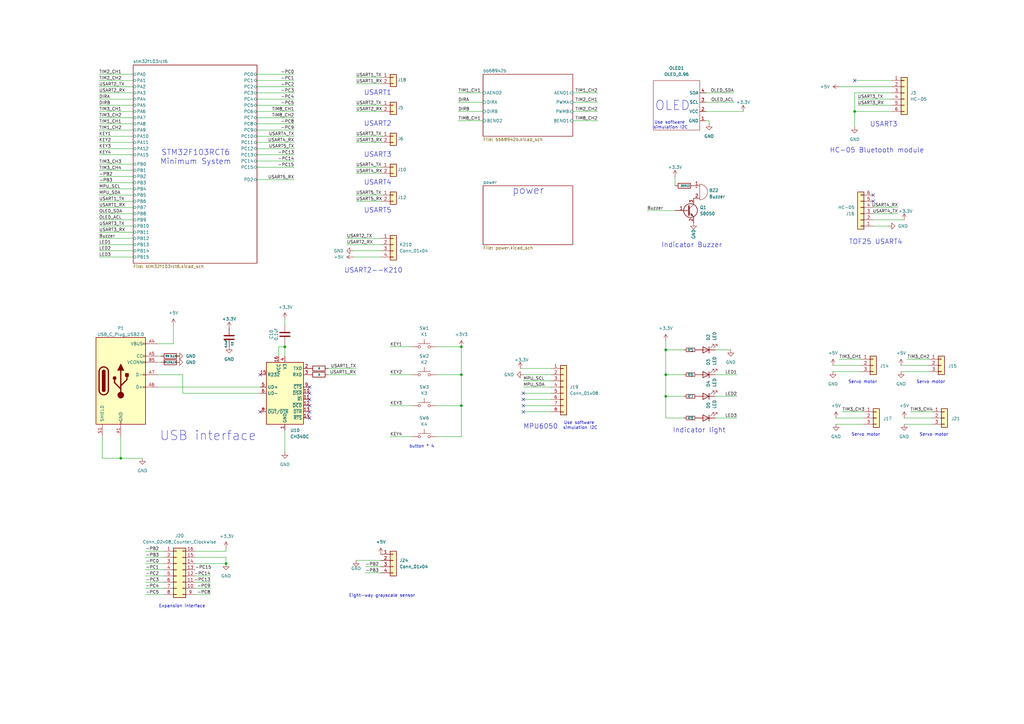
<source format=kicad_sch>
(kicad_sch (version 20231120) (generator "eeschema") (generator_version "8.0")
  (paper "A3")
  (lib_symbols
    (symbol "Library:+3.3V" (power) (pin_numbers hide) (pin_names (offset 0) hide)
      (property "Value" "+3.3V" (at 0 3.556 0))
      (symbol "+3.3V_1_1"
        (pin power_in line (at 0 0 90) (length 0) (name "~") (number "1"))
      )
    )
    (symbol "Library:+3V3" (power) (pin_numbers hide) (pin_names (offset 0) hide)
      (property "Value" "+3V3" (at 0 3.556 0))
      (symbol "+3V3_1_1"
        (pin power_in line (at 0 0 90) (length 0) (name "~") (number "1"))
      )
    )
    (symbol "Library:+5V" (power) (pin_numbers hide) (pin_names (offset 0) hide)
      (property "Value" "+5V" (at 0 3.556 0))
      (symbol "+5V_1_1"
        (pin power_in line (at 0 0 90) (length 0) (name "~") (number "1"))
      )
    )
    (symbol "Library:0.96OLED_4P"
      (property "Reference" "OLED" (at 6.35 -3.048 0))
      (property "Value" "OLED_0.96" (at 7.62 -7.112 0))
      (symbol "0.96OLED_4P_1_1"
        (pin passive line (at -6.35 3.81 0) (length 2.54) (name "GND") (number "1"))
        (pin passive line (at -6.35 0 0) (length 2.54) (name "VCC") (number "2"))
        (pin passive line (at -6.35 -3.81 0) (length 2.54) (name "SCL") (number "3"))
        (pin passive line (at -6.35 -7.62 0) (length 2.54) (name "SDA") (number "4"))
      )
    )
    (symbol "Library:Buzzer" (pin_names (offset 0.0254) hide)
      (property "Reference" "BZ" (at 3.81 1.27 0))
      (property "Value" "Buzzer" (at 3.81 -1.27 0))
      (symbol "Buzzer_1_1"
        (pin passive line (at -2.54 2.54 0) (length 2.54) (name "-") (number "1"))
        (pin passive line (at -2.54 -2.54 0) (length 2.54) (name "+") (number "2"))
      )
    )
    (symbol "Library:C" (pin_numbers hide) (pin_names (offset 0.254))
      (property "Reference" "C" (at 0.635 2.54 0))
      (property "Value" "C" (at 0.635 -2.54 0))
      (symbol "C_1_1"
        (pin passive line (at 0 3.81 270) (length 2.794) (name "~") (number "1"))
        (pin passive line (at 0 -3.81 90) (length 2.794) (name "~") (number "2"))
      )
    )
    (symbol "Library:CH340C"
      (property "Reference" "U" (at -5.08 13.97 0))
      (property "Value" "CH340C" (at 1.27 13.97 0))
      (symbol "CH340C_1_1"
        (pin power_in line (at 0 -15.24 90) (length 2.54) (name "GND") (number "1"))
        (pin input line (at 10.16 0 180) (length 2.54) (name "~{DSR}") (number "10"))
        (pin input line (at 10.16 -2.54 180) (length 2.54) (name "~{RI}") (number "11"))
        (pin input line (at 10.16 -5.08 180) (length 2.54) (name "~{DCD}") (number "12"))
        (pin output line (at 10.16 -7.62 180) (length 2.54) (name "~{DTR}") (number "13"))
        (pin output line (at 10.16 -10.16 180) (length 2.54) (name "~{RTS}") (number "14"))
        (pin input line (at -10.16 7.62 0) (length 2.54) (name "R232") (number "15"))
        (pin power_in line (at -2.54 15.24 270) (length 2.54) (name "VCC") (number "16"))
        (pin output line (at 10.16 10.16 180) (length 2.54) (name "TXD") (number "2"))
        (pin input line (at 10.16 7.62 180) (length 2.54) (name "RXD") (number "3"))
        (pin power_out line (at 0 15.24 270) (length 2.54) (name "V3") (number "4"))
        (pin bidirectional line (at -10.16 2.54 0) (length 2.54) (name "UD+") (number "5"))
        (pin bidirectional line (at -10.16 0 0) (length 2.54) (name "UD-") (number "6"))
        (pin no_connect line (at -7.62 -5.08 0) (length 2.54) hide (name "NC") (number "7"))
        (pin output line (at -10.16 -7.62 0) (length 2.54) (name "~{OUT}/~{DTR}") (number "8"))
        (pin input line (at 10.16 2.54 180) (length 2.54) (name "~{CTS}") (number "9"))
      )
    )
    (symbol "Library:Conn_01x02" (pin_names (offset 1.016) hide)
      (property "Reference" "J" (at 0 2.54 0))
      (property "Value" "Conn_01x02" (at 0 -5.08 0))
      (symbol "Conn_01x02_1_1"
        (pin passive line (at -5.08 0 0) (length 3.81) (name "Pin_1") (number "1"))
        (pin passive line (at -5.08 -2.54 0) (length 3.81) (name "Pin_2") (number "2"))
      )
    )
    (symbol "Library:Conn_01x03" (pin_names (offset 1.016) hide)
      (property "Reference" "J" (at 0 5.08 0))
      (property "Value" "Conn_01x03" (at 0 -5.08 0))
      (symbol "Conn_01x03_1_1"
        (pin passive line (at -5.08 2.54 0) (length 3.81) (name "Pin_1") (number "1"))
        (pin passive line (at -5.08 0 0) (length 3.81) (name "Pin_2") (number "2"))
        (pin passive line (at -5.08 -2.54 0) (length 3.81) (name "Pin_3") (number "3"))
      )
    )
    (symbol "Library:Conn_01x04" (pin_names (offset 1.016) hide)
      (property "Reference" "J" (at 0 5.08 0))
      (property "Value" "Conn_01x04" (at 0 -7.62 0))
      (symbol "Conn_01x04_1_1"
        (pin passive line (at -5.08 2.54 0) (length 3.81) (name "Pin_1") (number "1"))
        (pin passive line (at -5.08 0 0) (length 3.81) (name "Pin_2") (number "2"))
        (pin passive line (at -5.08 -2.54 0) (length 3.81) (name "Pin_3") (number "3"))
        (pin passive line (at -5.08 -5.08 0) (length 3.81) (name "Pin_4") (number "4"))
      )
    )
    (symbol "Library:Conn_01x06" (pin_names (offset 1.016) hide)
      (property "Reference" "J" (at 0 7.62 0))
      (property "Value" "Conn_01x06" (at 0 -10.16 0))
      (symbol "Conn_01x06_1_1"
        (pin passive line (at -5.08 5.08 0) (length 3.81) (name "Pin_1") (number "1"))
        (pin passive line (at -5.08 2.54 0) (length 3.81) (name "Pin_2") (number "2"))
        (pin passive line (at -5.08 0 0) (length 3.81) (name "Pin_3") (number "3"))
        (pin passive line (at -5.08 -2.54 0) (length 3.81) (name "Pin_4") (number "4"))
        (pin passive line (at -5.08 -5.08 0) (length 3.81) (name "Pin_5") (number "5"))
        (pin passive line (at -5.08 -7.62 0) (length 3.81) (name "Pin_6") (number "6"))
      )
    )
    (symbol "Library:Conn_01x08" (pin_names (offset 1.016) hide)
      (property "Reference" "J" (at 0 10.16 0))
      (property "Value" "Conn_01x08" (at 0 -12.7 0))
      (symbol "Conn_01x08_1_1"
        (pin passive line (at -5.08 7.62 0) (length 3.81) (name "Pin_1") (number "1"))
        (pin passive line (at -5.08 5.08 0) (length 3.81) (name "Pin_2") (number "2"))
        (pin passive line (at -5.08 2.54 0) (length 3.81) (name "Pin_3") (number "3"))
        (pin passive line (at -5.08 0 0) (length 3.81) (name "Pin_4") (number "4"))
        (pin passive line (at -5.08 -2.54 0) (length 3.81) (name "Pin_5") (number "5"))
        (pin passive line (at -5.08 -5.08 0) (length 3.81) (name "Pin_6") (number "6"))
        (pin passive line (at -5.08 -7.62 0) (length 3.81) (name "Pin_7") (number "7"))
        (pin passive line (at -5.08 -10.16 0) (length 3.81) (name "Pin_8") (number "8"))
      )
    )
    (symbol "Library:Conn_02x08_Counter_Clockwise" (pin_names (offset 1.016) hide)
      (property "Reference" "J" (at 1.27 10.16 0))
      (property "Value" "Conn_02x08_Counter_Clockwise" (at 1.27 -12.7 0))
      (symbol "Conn_02x08_Counter_Clockwise_1_1"
        (pin passive line (at -5.08 7.62 0) (length 3.81) (name "Pin_1") (number "1"))
        (pin passive line (at 7.62 -7.62 180) (length 3.81) (name "Pin_10") (number "10"))
        (pin passive line (at 7.62 -5.08 180) (length 3.81) (name "Pin_11") (number "11"))
        (pin passive line (at 7.62 -2.54 180) (length 3.81) (name "Pin_12") (number "12"))
        (pin passive line (at 7.62 0 180) (length 3.81) (name "Pin_13") (number "13"))
        (pin passive line (at 7.62 2.54 180) (length 3.81) (name "Pin_14") (number "14"))
        (pin passive line (at 7.62 5.08 180) (length 3.81) (name "Pin_15") (number "15"))
        (pin passive line (at 7.62 7.62 180) (length 3.81) (name "Pin_16") (number "16"))
        (pin passive line (at -5.08 5.08 0) (length 3.81) (name "Pin_2") (number "2"))
        (pin passive line (at -5.08 2.54 0) (length 3.81) (name "Pin_3") (number "3"))
        (pin passive line (at -5.08 0 0) (length 3.81) (name "Pin_4") (number "4"))
        (pin passive line (at -5.08 -2.54 0) (length 3.81) (name "Pin_5") (number "5"))
        (pin passive line (at -5.08 -5.08 0) (length 3.81) (name "Pin_6") (number "6"))
        (pin passive line (at -5.08 -7.62 0) (length 3.81) (name "Pin_7") (number "7"))
        (pin passive line (at -5.08 -10.16 0) (length 3.81) (name "Pin_8") (number "8"))
        (pin passive line (at 7.62 -10.16 180) (length 3.81) (name "Pin_9") (number "9"))
      )
    )
    (symbol "Library:GND" (power) (pin_numbers hide) (pin_names (offset 0) hide)
      (property "Value" "GND" (at 0 -3.81 0))
      (symbol "GND_1_1"
        (pin power_in line (at 0 0 270) (length 0) (name "~") (number "1"))
      )
    )
    (symbol "Library:LED" (pin_numbers hide) (pin_names (offset 1.016) hide)
      (property "Reference" "D" (at 0 2.54 0))
      (property "Value" "LED" (at 0 -2.54 0))
      (symbol "LED_1_1"
        (pin passive line (at -3.81 0 0) (length 2.54) (name "K") (number "1"))
        (pin passive line (at 3.81 0 180) (length 2.54) (name "A") (number "2"))
      )
    )
    (symbol "Library:R" (pin_numbers hide) (pin_names (offset 0))
      (property "Reference" "R" (at 2.032 0 90))
      (property "Value" "R" (at 0 0 90))
      (symbol "R_1_1"
        (pin passive line (at 0 3.81 270) (length 1.27) (name "~") (number "1"))
        (pin passive line (at 0 -3.81 90) (length 1.27) (name "~") (number "2"))
      )
    )
    (symbol "Library:R_Small" (pin_numbers hide) (pin_names (offset 0.254) hide)
      (property "Reference" "R" (at 0.762 0.508 0))
      (property "Value" "R_Small" (at 0.762 -1.016 0))
      (symbol "R_Small_1_1"
        (pin passive line (at 0 2.54 270) (length 0.762) (name "~") (number "1"))
        (pin passive line (at 0 -2.54 90) (length 0.762) (name "~") (number "2"))
      )
    )
    (symbol "Library:S8050" (pin_names (offset 0) hide)
      (property "Reference" "Q" (at 5.08 1.905 0))
      (property "Value" "S8050" (at 5.08 0 0))
      (symbol "S8050_1_1"
        (pin input line (at -5.08 0 0) (length 5.08) (name "B") (number "1"))
        (pin passive line (at 2.54 -5.08 90) (length 2.54) (name "E") (number "2"))
        (pin passive line (at 2.54 5.08 270) (length 2.54) (name "C") (number "3"))
      )
    )
    (symbol "Library:SW_Push" (pin_numbers hide) (pin_names (offset 1.016) hide)
      (property "Reference" "SW" (at 1.27 2.54 0))
      (property "Value" "SW_Push" (at 0 -1.524 0))
      (symbol "SW_Push_0_1"
        (pin passive line (at -5.08 0 0) (length 2.54) (name "1") (number "1"))
        (pin passive line (at 5.08 0 180) (length 2.54) (name "2") (number "2"))
      )
    )
    (symbol "Library:USB_C_Plug_USB2.0" (pin_names (offset 1.016))
      (property "Reference" "P" (at -10.16 19.05 0))
      (property "Value" "USB_C_Plug_USB2.0" (at 12.7 19.05 0))
      (symbol "USB_C_Plug_USB2.0_1_1"
        (pin passive line (at 0 -22.86 90) (length 5.08) (name "GND") (number "A1"))
        (pin passive line (at 0 -22.86 90) (length 5.08) hide (name "GND") (number "A12"))
        (pin passive line (at 15.24 15.24 180) (length 5.08) (name "VBUS") (number "A4"))
        (pin bidirectional line (at 15.24 10.16 180) (length 5.08) (name "CC") (number "A5"))
        (pin bidirectional line (at 15.24 -2.54 180) (length 5.08) (name "D+") (number "A6"))
        (pin bidirectional line (at 15.24 2.54 180) (length 5.08) (name "D-") (number "A7"))
        (pin passive line (at 15.24 15.24 180) (length 5.08) hide (name "VBUS") (number "A9"))
        (pin passive line (at 0 -22.86 90) (length 5.08) hide (name "GND") (number "B1"))
        (pin passive line (at 0 -22.86 90) (length 5.08) hide (name "GND") (number "B12"))
        (pin passive line (at 15.24 15.24 180) (length 5.08) hide (name "VBUS") (number "B4"))
        (pin bidirectional line (at 15.24 7.62 180) (length 5.08) (name "VCONN") (number "B5"))
        (pin passive line (at 15.24 15.24 180) (length 5.08) hide (name "VBUS") (number "B9"))
        (pin passive line (at -7.62 -22.86 90) (length 5.08) (name "SHIELD") (number "S1"))
      )
    )
  )
  (junction (at 49.53 187.96))
  (junction (at 92.71 231.14))
  (junction (at 116.84 142.24))
  (junction (at 189.23 166.37))
  (junction (at 273.05 162.56))
  (junction (at 189.23 153.67))
  (junction (at 273.05 153.67))
  (junction (at 189.23 142.24))
  (junction (at 273.05 143.51))
  (junction (at 350.52 45.72))
  (no_connect (at 127 166.37))
  (no_connect (at 214.63 161.29))
  (no_connect (at 127 158.75))
  (no_connect (at 350.52 33.02))
  (no_connect (at 214.63 166.37))
  (no_connect (at 106.68 153.67))
  (no_connect (at 214.63 168.91))
  (no_connect (at 214.63 163.83))
  (no_connect (at 358.14 80.01))
  (no_connect (at 127 168.91))
  (no_connect (at 106.68 168.91))
  (no_connect (at 358.14 82.55))
  (no_connect (at 127 163.83))
  (no_connect (at 127 161.29))
  (no_connect (at 127 171.45))
  (wire (pts (xy 302.26 162.56) (xy 293.37 162.56)))
  (wire (pts (xy 40.64 97.79) (xy 54.61 97.79)))
  (wire (pts (xy 74.93 153.67) (xy 74.93 161.29)))
  (wire (pts (xy 40.64 92.71) (xy 54.61 92.71)))
  (wire (pts (xy 80.01 228.6) (xy 92.71 228.6)))
  (wire (pts (xy 146.05 80.01) (xy 156.21 80.01)))
  (wire (pts (xy 114.3 146.05) (xy 114.3 142.24)))
  (wire (pts (xy 40.64 53.34) (xy 54.61 53.34)))
  (wire (pts (xy 214.63 161.29) (xy 226.06 161.29)))
  (wire (pts (xy 92.71 228.6) (xy 92.71 231.14)))
  (wire (pts (xy 49.53 179.07) (xy 49.53 187.96)))
  (wire (pts (xy 40.64 45.72) (xy 54.61 45.72)))
  (wire (pts (xy 86.36 238.76) (xy 80.01 238.76)))
  (wire (pts (xy 72.39 148.59) (xy 73.66 148.59)))
  (wire (pts (xy 280.67 153.67) (xy 273.05 153.67)))
  (wire (pts (xy 105.41 55.88) (xy 120.65 55.88)))
  (wire (pts (xy 213.36 151.13) (xy 226.06 151.13)))
  (wire (pts (xy 234.95 41.91) (xy 245.11 41.91)))
  (wire (pts (xy 160.02 166.37) (xy 168.91 166.37)))
  (wire (pts (xy 146.05 71.12) (xy 156.21 71.12)))
  (wire (pts (xy 114.3 142.24) (xy 116.84 142.24)))
  (wire (pts (xy 146.05 43.18) (xy 156.21 43.18)))
  (wire (pts (xy 179.07 179.07) (xy 189.23 179.07)))
  (wire (pts (xy 142.24 100.33) (xy 156.21 100.33)))
  (wire (pts (xy 105.41 53.34) (xy 120.65 53.34)))
  (wire (pts (xy 59.69 226.06) (xy 67.31 226.06)))
  (wire (pts (xy 369.57 149.86) (xy 381 149.86)))
  (wire (pts (xy 350.52 38.1) (xy 350.52 45.72)))
  (wire (pts (xy 302.26 153.67) (xy 293.37 153.67)))
  (wire (pts (xy 40.64 82.55) (xy 54.61 82.55)))
  (wire (pts (xy 64.77 140.97) (xy 71.12 140.97)))
  (wire (pts (xy 368.3 85.09) (xy 358.14 85.09)))
  (wire (pts (xy 105.41 50.8) (xy 120.65 50.8)))
  (wire (pts (xy 214.63 153.67) (xy 226.06 153.67)))
  (wire (pts (xy 350.52 45.72) (xy 365.76 45.72)))
  (wire (pts (xy 280.67 162.56) (xy 273.05 162.56)))
  (wire (pts (xy 40.64 100.33) (xy 54.61 100.33)))
  (wire (pts (xy 105.41 33.02) (xy 120.65 33.02)))
  (wire (pts (xy 160.02 142.24) (xy 168.91 142.24)))
  (wire (pts (xy 40.64 74.93) (xy 54.61 74.93)))
  (wire (pts (xy 273.05 153.67) (xy 273.05 162.56)))
  (wire (pts (xy 40.64 80.01) (xy 54.61 80.01)))
  (wire (pts (xy 74.93 161.29) (xy 106.68 161.29)))
  (wire (pts (xy 105.41 35.56) (xy 120.65 35.56)))
  (wire (pts (xy 214.63 156.21) (xy 226.06 156.21)))
  (wire (pts (xy 86.36 236.22) (xy 80.01 236.22)))
  (wire (pts (xy 187.96 41.91) (xy 198.12 41.91)))
  (wire (pts (xy 92.71 226.06) (xy 80.01 226.06)))
  (wire (pts (xy 71.12 133.35) (xy 71.12 140.97)))
  (wire (pts (xy 304.8 45.72) (xy 289.56 45.72)))
  (wire (pts (xy 372.11 147.32) (xy 381 147.32)))
  (wire (pts (xy 40.64 67.31) (xy 54.61 67.31)))
  (wire (pts (xy 59.69 228.6) (xy 67.31 228.6)))
  (wire (pts (xy 344.17 35.56) (xy 365.76 35.56)))
  (wire (pts (xy 369.57 152.4) (xy 381 152.4)))
  (wire (pts (xy 351.79 43.18) (xy 365.76 43.18)))
  (wire (pts (xy 234.95 45.72) (xy 245.11 45.72)))
  (wire (pts (xy 142.24 97.79) (xy 156.21 97.79)))
  (wire (pts (xy 59.69 243.84) (xy 67.31 243.84)))
  (wire (pts (xy 40.64 55.88) (xy 54.61 55.88)))
  (wire (pts (xy 116.84 130.81) (xy 116.84 133.35)))
  (wire (pts (xy 300.99 41.91) (xy 289.56 41.91)))
  (wire (pts (xy 189.23 153.67) (xy 189.23 166.37)))
  (wire (pts (xy 351.79 40.64) (xy 365.76 40.64)))
  (wire (pts (xy 302.26 171.45) (xy 293.37 171.45)))
  (wire (pts (xy 80.01 231.14) (xy 92.71 231.14)))
  (wire (pts (xy 105.41 45.72) (xy 120.65 45.72)))
  (wire (pts (xy 40.64 30.48) (xy 54.61 30.48)))
  (wire (pts (xy 40.64 90.17) (xy 54.61 90.17)))
  (wire (pts (xy 179.07 142.24) (xy 189.23 142.24)))
  (wire (pts (xy 105.41 43.18) (xy 120.65 43.18)))
  (wire (pts (xy 105.41 40.64) (xy 120.65 40.64)))
  (wire (pts (xy 105.41 58.42) (xy 120.65 58.42)))
  (wire (pts (xy 179.07 166.37) (xy 189.23 166.37)))
  (wire (pts (xy 273.05 139.7) (xy 273.05 143.51)))
  (wire (pts (xy 214.63 158.75) (xy 226.06 158.75)))
  (wire (pts (xy 273.05 162.56) (xy 273.05 171.45)))
  (wire (pts (xy 40.64 77.47) (xy 54.61 77.47)))
  (wire (pts (xy 64.77 148.59) (xy 66.04 148.59)))
  (wire (pts (xy 40.64 102.87) (xy 54.61 102.87)))
  (wire (pts (xy 105.41 48.26) (xy 120.65 48.26)))
  (wire (pts (xy 160.02 179.07) (xy 168.91 179.07)))
  (wire (pts (xy 40.64 58.42) (xy 54.61 58.42)))
  (wire (pts (xy 370.84 171.45) (xy 382.27 171.45)))
  (wire (pts (xy 40.64 63.5) (xy 54.61 63.5)))
  (wire (pts (xy 40.64 105.41) (xy 54.61 105.41)))
  (wire (pts (xy 105.41 30.48) (xy 120.65 30.48)))
  (wire (pts (xy 59.69 241.3) (xy 67.31 241.3)))
  (wire (pts (xy 276.86 72.39) (xy 276.86 76.2)))
  (wire (pts (xy 299.72 143.51) (xy 293.37 143.51)))
  (wire (pts (xy 86.36 243.84) (xy 80.01 243.84)))
  (wire (pts (xy 40.64 50.8) (xy 54.61 50.8)))
  (wire (pts (xy 40.64 43.18) (xy 54.61 43.18)))
  (wire (pts (xy 373.38 168.91) (xy 382.27 168.91)))
  (wire (pts (xy 290.83 49.53) (xy 289.56 49.53)))
  (wire (pts (xy 342.9 171.45) (xy 354.33 171.45)))
  (wire (pts (xy 40.64 72.39) (xy 54.61 72.39)))
  (wire (pts (xy 350.52 38.1) (xy 365.76 38.1)))
  (wire (pts (xy 40.64 69.85) (xy 54.61 69.85)))
  (wire (pts (xy 59.69 238.76) (xy 67.31 238.76)))
  (wire (pts (xy 40.64 87.63) (xy 54.61 87.63)))
  (wire (pts (xy 116.84 176.53) (xy 116.84 185.42)))
  (wire (pts (xy 92.71 224.79) (xy 92.71 226.06)))
  (wire (pts (xy 234.95 38.1) (xy 245.11 38.1)))
  (wire (pts (xy 344.17 147.32) (xy 353.06 147.32)))
  (wire (pts (xy 146.05 34.29) (xy 156.21 34.29)))
  (wire (pts (xy 64.77 158.75) (xy 106.68 158.75)))
  (wire (pts (xy 364.49 92.71) (xy 358.14 92.71)))
  (wire (pts (xy 40.64 60.96) (xy 54.61 60.96)))
  (wire (pts (xy 280.67 171.45) (xy 273.05 171.45)))
  (wire (pts (xy 273.05 143.51) (xy 273.05 153.67)))
  (wire (pts (xy 358.14 90.17) (xy 370.84 90.17)))
  (wire (pts (xy 146.05 45.72) (xy 156.21 45.72)))
  (wire (pts (xy 214.63 168.91) (xy 226.06 168.91)))
  (wire (pts (xy 49.53 187.96) (xy 58.42 187.96)))
  (wire (pts (xy 146.05 229.87) (xy 156.21 229.87)))
  (wire (pts (xy 189.23 179.07) (xy 189.23 166.37)))
  (wire (pts (xy 41.91 179.07) (xy 41.91 187.96)))
  (wire (pts (xy 40.64 95.25) (xy 54.61 95.25)))
  (wire (pts (xy 146.05 68.58) (xy 156.21 68.58)))
  (wire (pts (xy 146.05 82.55) (xy 156.21 82.55)))
  (wire (pts (xy 290.83 50.8) (xy 290.83 49.53)))
  (wire (pts (xy 72.39 146.05) (xy 73.66 146.05)))
  (wire (pts (xy 86.36 241.3) (xy 80.01 241.3)))
  (wire (pts (xy 40.64 33.02) (xy 54.61 33.02)))
  (wire (pts (xy 149.86 234.95) (xy 156.21 234.95)))
  (wire (pts (xy 342.9 173.99) (xy 354.33 173.99)))
  (wire (pts (xy 116.84 142.24) (xy 116.84 146.05)))
  (wire (pts (xy 187.96 49.53) (xy 198.12 49.53)))
  (wire (pts (xy 59.69 233.68) (xy 67.31 233.68)))
  (wire (pts (xy 300.99 38.1) (xy 289.56 38.1)))
  (wire (pts (xy 234.95 49.53) (xy 245.11 49.53)))
  (wire (pts (xy 134.62 151.13) (xy 146.05 151.13)))
  (wire (pts (xy 187.96 45.72) (xy 198.12 45.72)))
  (wire (pts (xy 179.07 153.67) (xy 189.23 153.67)))
  (wire (pts (xy 105.41 63.5) (xy 120.65 63.5)))
  (wire (pts (xy 187.96 38.1) (xy 198.12 38.1)))
  (wire (pts (xy 144.78 105.41) (xy 156.21 105.41)))
  (wire (pts (xy 64.77 153.67) (xy 74.93 153.67)))
  (wire (pts (xy 40.64 38.1) (xy 54.61 38.1)))
  (wire (pts (xy 146.05 31.75) (xy 156.21 31.75)))
  (wire (pts (xy 59.69 236.22) (xy 67.31 236.22)))
  (wire (pts (xy 105.41 38.1) (xy 120.65 38.1)))
  (wire (pts (xy 64.77 146.05) (xy 66.04 146.05)))
  (wire (pts (xy 368.3 87.63) (xy 358.14 87.63)))
  (wire (pts (xy 116.84 140.97) (xy 116.84 142.24)))
  (wire (pts (xy 40.64 40.64) (xy 54.61 40.64)))
  (wire (pts (xy 214.63 166.37) (xy 226.06 166.37)))
  (wire (pts (xy 214.63 163.83) (xy 226.06 163.83)))
  (wire (pts (xy 146.05 58.42) (xy 156.21 58.42)))
  (wire (pts (xy 40.64 85.09) (xy 54.61 85.09)))
  (wire (pts (xy 341.63 152.4) (xy 353.06 152.4)))
  (wire (pts (xy 134.62 153.67) (xy 146.05 153.67)))
  (wire (pts (xy 146.05 55.88) (xy 156.21 55.88)))
  (wire (pts (xy 59.69 231.14) (xy 67.31 231.14)))
  (wire (pts (xy 350.52 45.72) (xy 350.52 52.07)))
  (wire (pts (xy 144.78 102.87) (xy 156.21 102.87)))
  (wire (pts (xy 273.05 143.51) (xy 280.67 143.51)))
  (wire (pts (xy 265.43 86.36) (xy 276.86 86.36)))
  (wire (pts (xy 105.41 68.58) (xy 120.65 68.58)))
  (wire (pts (xy 41.91 187.96) (xy 49.53 187.96)))
  (wire (pts (xy 40.64 48.26) (xy 54.61 48.26)))
  (wire (pts (xy 105.41 60.96) (xy 120.65 60.96)))
  (wire (pts (xy 341.63 149.86) (xy 353.06 149.86)))
  (wire (pts (xy 350.52 33.02) (xy 365.76 33.02)))
  (wire (pts (xy 189.23 142.24) (xy 189.23 153.67)))
  (wire (pts (xy 105.41 73.66) (xy 120.65 73.66)))
  (wire (pts (xy 160.02 153.67) (xy 168.91 153.67)))
  (wire (pts (xy 370.84 173.99) (xy 382.27 173.99)))
  (wire (pts (xy 149.86 232.41) (xy 156.21 232.41)))
  (wire (pts (xy 345.44 168.91) (xy 354.33 168.91)))
  (wire (pts (xy 105.41 66.04) (xy 120.65 66.04)))
  (wire (pts (xy 40.64 35.56) (xy 54.61 35.56)))
  (text "Servo motor" (at 381.762 156.718 0) (effects (font (size 1.27 1.27))))
  (text "USART3" (at 154.94 63.5 0) (effects (font (size 2 2))))
  (text "OLED" (at 275.844 43.434 0) (effects (font (size 3.81 3.81))))
  (text "USB interface" (at 85.344 178.816 0) (effects (font (size 3.81 3.81))))
  (text "button * 4\n" (at 172.974 183.134 0) (effects (font (size 1.27 1.27))))
  (text "Use software \nsimulation I2C" (at 237.998 174.498 0) (effects (font (size 1.27 1.27))))
  (text "power" (at 216.662 78.232 0) (effects (font (size 3 3))))
  (text "Expansion interface" (at 74.676 248.666 0) (effects (font (size 1.27 1.27))))
  (text "Servo motor" (at 383.032 178.308 0) (effects (font (size 1.27 1.27))))
  (text "Indicator light" (at 286.766 176.53 0) (effects (font (size 2 2))))
  (text "MPU6050" (at 221.742 175.006 0) (effects (font (size 2 2))))
  (text "USART2" (at 154.94 50.8 0) (effects (font (size 2 2))))
  (text "STM32F103RCT6\nMinimum System" (at 80.264 64.516 0) (effects (font (size 2.3 2.3))))
  (text "Servo motor" (at 355.092 178.308 0) (effects (font (size 1.27 1.27))))
  (text "TOF25 USART4" (at 359.156 99.314 0) (effects (font (size 2 2))))
  (text "HC-05 Bluetooth module" (at 359.664 61.722 0) (effects (font (size 2 2))))
  (text "Eight-way grayscale sensor" (at 156.718 244.348 0) (effects (font (size 1.27 1.27))))
  (text "Servo motor" (at 353.822 156.718 0) (effects (font (size 1.27 1.27))))
  (text "Indicator Buzzer" (at 283.718 100.584 0) (effects (font (size 2 2))))
  (text "USART5" (at 154.94 86.36 0) (effects (font (size 2 2))))
  (text "Use software \nsimulation I2C" (at 275.082 51.308 0) (effects (font (size 1.27 1.27))))
  (text "USART3\n" (at 362.458 51.054 0) (effects (font (size 2 2))))
  (text "USART1" (at 154.94 38.1 0) (effects (font (size 2 2))))
  (text "USART4" (at 154.94 74.93 0) (effects (font (size 2 2))))
  (text "USART2--K210\n" (at 153.162 110.998 0) (effects (font (size 2 2))))
  (label "TIM3_CH4" (at 40.64 69.85 0))
  (label "USART1_TX" (at 146.05 151.13 180))
  (label "USART4_RX" (at 146.05 71.12 0))
  (label "MPU_SCL" (at 40.64 77.47 0))
  (label "DIRA" (at 187.96 41.91 0))
  (label "USART3_TX" (at 351.79 40.64 0))
  (label "TIM3_CH3" (at 345.44 168.91 0))
  (label "TIM1_CH2" (at 245.11 38.1 180))
  (label "MPU_SCL" (at 214.63 156.21 0))
  (label "-PC3" (at 120.65 38.1 180))
  (label "USART2_TX" (at 40.64 35.56 0))
  (label "TIM2_CH1" (at 40.64 30.48 0))
  (label "-PC15" (at 80.01 233.68 0))
  (label "-PB2" (at 149.86 232.41 0))
  (label "USART2_RX" (at 146.05 45.72 0))
  (label "-PB2" (at 59.69 226.06 0))
  (label "-PC9" (at 120.65 53.34 180))
  (label "MPU_SDA" (at 214.63 158.75 0))
  (label "USART2_RX" (at 142.24 100.33 0))
  (label "TIM8_CH1" (at 187.96 49.53 0))
  (label "LED1" (at 40.64 100.33 0))
  (label "USART4_TX" (at 146.05 68.58 0))
  (label "-PC4" (at 120.65 40.64 180))
  (label "USART2_RX" (at 40.64 38.1 0))
  (label "OLED_ACL" (at 40.64 90.17 0))
  (label "TIM1_CH1" (at 187.96 38.1 0))
  (label "KEY3" (at 40.64 60.96 0))
  (label "TIM3_CH1" (at 344.17 147.32 0))
  (label "USART1_RX" (at 146.05 34.29 0))
  (label "USART1_TX" (at 146.05 31.75 0))
  (label "OLED_SDA" (at 40.64 87.63 0))
  (label "OLED_ACL" (at 300.99 41.91 180))
  (label "TIM1_CH1" (at 40.64 50.8 0))
  (label "USART2_TX" (at 146.05 43.18 0))
  (label "DIRB" (at 187.96 45.72 0))
  (label "-PC14" (at 120.65 66.04 180))
  (label "TIM2_CH2" (at 245.11 45.72 180))
  (label "-PC4" (at 59.69 241.3 0))
  (label "-PC8" (at 120.65 50.8 180))
  (label "-PC15" (at 120.65 68.58 180))
  (label "KEY1" (at 160.02 142.24 0))
  (label "USART3_RX" (at 146.05 58.42 0))
  (label "-PC9" (at 86.36 241.3 180))
  (label "TIM8_CH1" (at 120.65 45.72 180))
  (label "-PC14" (at 86.36 236.22 180))
  (label "Buzzer" (at 40.64 97.79 0))
  (label "USART5_TX" (at 120.65 60.96 180))
  (label "KEY4" (at 160.02 179.07 0))
  (label "-PC5" (at 120.65 43.18 180))
  (label "TIM3_CH2" (at 372.11 147.32 0))
  (label "Buzzer" (at 265.43 86.36 0))
  (label "USART1_TX" (at 40.64 82.55 0))
  (label "DIRA" (at 40.64 40.64 0))
  (label "KEY1" (at 40.64 55.88 0))
  (label "-PC0" (at 120.65 30.48 180))
  (label "LED2" (at 302.26 162.56 180))
  (label "-PC5" (at 59.69 243.84 0))
  (label "OLED_SDA" (at 300.99 38.1 180))
  (label "-PC3" (at 59.69 238.76 0))
  (label "TIM2_CH1" (at 245.11 41.91 180))
  (label "USART1_RX" (at 146.05 153.67 180))
  (label "USART2_TX" (at 142.24 97.79 0))
  (label "USART3_RX" (at 40.64 95.25 0))
  (label "KEY2" (at 40.64 58.42 0))
  (label "-PB3" (at 149.86 234.95 0))
  (label "TIM8_CH2" (at 120.65 48.26 180))
  (label "USART5_RX" (at 120.65 73.66 180))
  (label "-PC1" (at 120.65 33.02 180))
  (label "USART4_RX" (at 368.3 85.09 180))
  (label "KEY2" (at 160.02 153.67 0))
  (label "TIM3_CH3" (at 40.64 67.31 0))
  (label "USART5_TX" (at 146.05 80.01 0))
  (label "-PC13" (at 86.36 238.76 180))
  (label "USART4_TX" (at 120.65 55.88 180))
  (label "TIM3_CH2" (at 40.64 48.26 0))
  (label "MPU_SDA" (at 40.64 80.01 0))
  (label "USART1_RX" (at 40.64 85.09 0))
  (label "TIM3_CH1" (at 40.64 45.72 0))
  (label "KEY3" (at 160.02 166.37 0))
  (label "USART3_RX" (at 351.79 43.18 0))
  (label "LED2" (at 40.64 102.87 0))
  (label "USART5_RX" (at 146.05 82.55 0))
  (label "USART3_TX" (at 146.05 55.88 0))
  (label "KEY4" (at 40.64 63.5 0))
  (label "LED3" (at 40.64 105.41 0))
  (label "TIM2_CH2" (at 40.64 33.02 0))
  (label "TIM3_CH4" (at 373.38 168.91 0))
  (label "TIM8_CH2" (at 245.11 49.53 180))
  (label "-PC2" (at 120.65 35.56 180))
  (label "LED1" (at 302.26 153.67 180))
  (label "DIRB" (at 40.64 43.18 0))
  (label "-PC1" (at 59.69 233.68 0))
  (label "-PC8" (at 86.36 243.84 180))
  (label "LED3" (at 302.26 171.45 180))
  (label "-PC0" (at 59.69 231.14 0))
  (label "-PB3" (at 40.64 74.93 0))
  (label "USART4_TX" (at 368.3 87.63 180))
  (label "-PC13" (at 120.65 63.5 180))
  (label "-PB3" (at 59.69 228.6 0))
  (label "-PC2" (at 59.69 236.22 0))
  (label "USART3_TX" (at 40.64 92.71 0))
  (label "TIM1_CH2" (at 40.64 53.34 0))
  (label "-PB2" (at 40.64 72.39 0))
  (label "USART4_RX" (at 120.65 58.42 180))
  (symbol (lib_id "Library:GND") (at 58.42 187.96 0) (unit 1)
    (property "Reference" "#PWR062" (effects (hide yes)))
    (property "Value" "GND" (at 58.42 193.04 0))
    (property "Description" "Power symbol creates a global label with name \"GND\" , ground" (effects (hide yes)))
  )
  (symbol (lib_id "Library:R_Small") (at 283.21 143.51 270) (unit 1)
    (property "Reference" "R5" (at 283.21 143.51 90))
    (property "Value" "10k" (effects (hide yes)))
    (property "Footprint" "Resistor_SMD:R_0603_1608Metric" (effects (hide yes)))
    (property "Description" "Resistor, small symbol" (effects (hide yes)))
  )
  (symbol (lib_id "Library:GND") (at 214.63 153.67 270) (unit 1)
    (property "Reference" "#PWR078" (effects (hide yes)))
    (property "Value" "GND" (at 210.82 153.6699 90) (effects (justify right)))
    (property "Description" "Power symbol creates a global label with name \"GND\" , ground" (effects (hide yes)))
  )
  (symbol (lib_id "Library:Buzzer") (at 287.02 78.74 0) (unit 1)
    (property "Reference" "BZ2" (at 290.83 78.105 0) (effects (justify left)))
    (property "Value" "Buzzer" (at 290.83 80.645 0) (effects (justify left)))
    (property "Footprint" "Buzzer_Beeper:Indicator_PUI_AI-1440-TWT-24V-2-R" (effects (hide yes)))
    (property "Description" "Buzzer, polarized" (effects (hide yes)))
  )
  (symbol (lib_id "Library:R") (at 130.81 153.67 270) (unit 1)
    (property "Reference" "R4" (effects (hide yes)))
    (property "Value" "0" (at 131.318 153.67 90) (effects (font (size 0.762 0.762)) (justify right)))
    (property "Footprint" "Resistor_SMD:R_0603_1608Metric" (effects (hide yes)))
    (property "Description" "Resistor" (effects (hide yes)))
  )
  (symbol (lib_id "Library:Conn_01x06") (at 370.84 38.1 0) (unit 1)
    (property "Reference" "J3" (at 373.38 38.0999 0) (effects (justify left)))
    (property "Value" "HC-05" (at 373.38 40.6399 0) (effects (justify left)))
    (property "Footprint" "Connector_PinSocket_2.54mm:PinSocket_1x06_P2.54mm_Vertical" (effects (hide yes)))
    (property "Description" "Generic connector, single row, 01x06, script generated (kicad-library-utils/schlib/autogen/connector/)" (effects (hide yes)))
  )
  (symbol (lib_id "Library:GND") (at 342.9 173.99 0) (unit 1)
    (property "Reference" "#PWR086" (effects (hide yes)))
    (property "Value" "GND" (at 342.9 179.07 0))
    (property "Description" "Power symbol creates a global label with name \"GND\" , ground" (effects (hide yes)))
  )
  (symbol (lib_id "Library:GND") (at 92.71 231.14 0) (unit 1)
    (property "Reference" "#PWR043" (effects (hide yes)))
    (property "Value" "GND" (at 92.71 236.22 0))
    (property "Description" "Power symbol creates a global label with name \"GND\" , ground" (effects (hide yes)))
  )
  (symbol (lib_id "Library:+3.3V") (at 304.8 45.72 0) (mirror y) (unit 1)
    (property "Reference" "#PWR053" (effects (hide yes)))
    (property "Value" "+3.3V" (at 304.8 41.91 0))
    (property "Description" "Power symbol creates a global label with name \"+3.3V\"" (effects (hide yes)))
  )
  (symbol (lib_id "Library:SW_Push") (at 173.99 153.67 0) (unit 1)
    (property "Reference" "SW2" (at 173.99 146.05 0))
    (property "Value" "K2" (at 173.99 148.59 0))
    (property "Footprint" "Library:SW_Push_1P1T_NO_6x6mm" (effects (hide yes)))
    (property "Description" "Push button switch, generic, two pins" (effects (hide yes)))
  )
  (symbol (lib_id "Library:+3.3V") (at 273.05 139.7 0) (unit 1)
    (property "Reference" "#PWR048" (effects (hide yes)))
    (property "Value" "+3.3V" (at 273.05 134.62 0))
    (property "Description" "Power symbol creates a global label with name \"+3.3V\"" (effects (hide yes)))
  )
  (symbol (lib_id "Library:+3.3V") (at 370.84 90.17 0) (unit 1)
    (property "Reference" "#PWR066" (effects (hide yes)))
    (property "Value" "+3.3V" (at 371.348 86.614 0))
    (property "Description" "Power symbol creates a global label with name \"+3.3V\"" (effects (hide yes)))
  )
  (symbol (lib_id "Library:Conn_01x06") (at 353.06 87.63 180) (unit 1)
    (property "Reference" "J16" (at 350.52 87.6301 0) (effects (justify left)))
    (property "Value" "HC-05" (at 350.52 85.0901 0) (effects (justify left)))
    (property "Footprint" "Connector_PinSocket_2.54mm:PinSocket_1x06_P2.54mm_Vertical" (effects (hide yes)))
    (property "Description" "Generic connector, single row, 01x06, script generated (kicad-library-utils/schlib/autogen/connector/)" (effects (hide yes)))
  )
  (symbol (lib_id "Library:GND") (at 299.72 143.51 0) (unit 1)
    (property "Reference" "#PWR037" (effects (hide yes)))
    (property "Value" "GND" (at 299.72 148.59 0))
    (property "Description" "Power symbol creates a global label with name \"GND\" , ground" (effects (hide yes)))
  )
  (symbol (lib_id "Library:GND") (at 290.83 50.8 0) (unit 1)
    (property "Reference" "#PWR039" (effects (hide yes)))
    (property "Value" "GND" (at 290.83 55.88 0))
    (property "Description" "Power symbol creates a global label with name \"GND\" , ground" (effects (hide yes)))
  )
  (symbol (lib_id "Library:GND") (at 350.52 52.07 0) (unit 1)
    (property "Reference" "#PWR052" (effects (hide yes)))
    (property "Value" "GND" (at 350.52 57.15 0))
    (property "Description" "Power symbol creates a global label with name \"GND\" , ground" (effects (hide yes)))
  )
  (symbol (lib_id "Library:CH340C") (at 116.84 161.29 0) (unit 1)
    (property "Reference" "U10" (at 119.0341 176.53 0) (effects (justify left)))
    (property "Value" "CH340C" (at 119.0341 179.07 0) (effects (justify left)))
    (property "Footprint" "Library:SOIC-16_3.9x9.9mm_P1.27mm" (effects (hide yes)))
    (property "Datasheet" "https://datasheet.lcsc.com/szlcsc/Jiangsu-Qin-Heng-CH340C_C84681.pdf" (effects (hide yes)))
    (property "Description" "USB serial converter, UART, SOIC-16" (effects (hide yes)))
  )
  (symbol (lib_id "Library:+5V") (at 156.21 227.33 0) (mirror y) (unit 1)
    (property "Reference" "#PWR065" (effects (hide yes)))
    (property "Value" "+5V" (at 156.21 222.25 0))
    (property "Description" "Power symbol creates a global label with name \"+5V\"" (effects (hide yes)))
  )
  (symbol (lib_id "Library:R") (at 280.67 76.2 270) (unit 1)
    (property "Reference" "R12" (at 282.956 76.2 90) (effects (font (size 0.762 0.762)) (justify right)))
    (property "Value" "20" (at 280.67 76.2 90) (effects (font (size 0.762 0.762)) (justify right)))
    (property "Footprint" "Resistor_SMD:R_0603_1608Metric" (effects (hide yes)))
    (property "Description" "Resistor" (effects (hide yes)))
  )
  (symbol (lib_id "Library:+3.3V") (at 116.84 130.81 0) (mirror y) (unit 1)
    (property "Reference" "#PWR031" (effects (hide yes)))
    (property "Value" "+3.3V" (at 117.094 125.984 0))
    (property "Description" "Power symbol creates a global label with name \"+3.3V\"" (effects (hide yes)))
  )
  (symbol (lib_id "Library:LED") (at 289.56 143.51 180) (unit 1)
    (property "Reference" "D2" (at 290.5125 139.7 90) (effects (justify right)))
    (property "Value" "LED" (at 293.0525 139.7 90) (effects (justify right)))
    (property "Footprint" "LED_SMD:LED_0805_2012Metric" (effects (hide yes)))
    (property "Description" "Light emitting diode" (effects (hide yes)))
  )
  (symbol (lib_id "Library:Conn_01x04") (at 161.29 229.87 0) (unit 1)
    (property "Reference" "J24" (at 163.83 229.8699 0) (effects (justify left)))
    (property "Value" "Conn_01x04" (at 163.83 232.4099 0) (effects (justify left)))
    (property "Footprint" "Connector_PinSocket_2.54mm:PinSocket_1x04_P2.54mm_Vertical" (effects (hide yes)))
    (property "Description" "Generic connector, single row, 01x04, script generated (kicad-library-utils/schlib/autogen/connector/)" (effects (hide yes)))
  )
  (symbol (lib_id "Library:+5V") (at 342.9 171.45 0) (mirror y) (unit 1)
    (property "Reference" "#PWR081" (effects (hide yes)))
    (property "Value" "+5V" (at 342.9 166.37 0))
    (property "Description" "Power symbol creates a global label with name \"+5V\"" (effects (hide yes)))
  )
  (symbol (lib_id "Library:R_Small") (at 283.21 171.45 270) (unit 1)
    (property "Reference" "R8" (at 283.21 171.45 90))
    (property "Value" "10k" (effects (hide yes)))
    (property "Footprint" "Resistor_SMD:R_0603_1608Metric" (effects (hide yes)))
    (property "Description" "Resistor, small symbol" (effects (hide yes)))
  )
  (symbol (lib_id "Library:GND") (at 93.98 142.24 0) (unit 1)
    (property "Reference" "#PWR033" (effects (hide yes)))
    (property "Value" "GND" (at 93.98 147.32 0))
    (property "Description" "Power symbol creates a global label with name \"GND\" , ground" (effects (hide yes)))
  )
  (symbol (lib_id "Library:+3.3V") (at 276.86 72.39 0) (unit 1)
    (property "Reference" "#PWR045" (effects (hide yes)))
    (property "Value" "+3.3V" (at 276.86 68.58 0))
    (property "Description" "Power symbol creates a global label with name \"+3.3V\"" (effects (hide yes)))
  )
  (symbol (lib_id "Library:R") (at 69.85 146.05 90) (unit 1)
    (property "Reference" "R9" (at 68.58 146.05 90) (effects (font (size 0.762 0.762))))
    (property "Value" "5.1K" (at 71.12 146.05 90) (effects (font (size 0.762 0.762))))
    (property "Footprint" "Resistor_SMD:R_0603_1608Metric" (effects (hide yes)))
    (property "Description" "Resistor" (effects (hide yes)))
  )
  (symbol (lib_id "Library:SW_Push") (at 173.99 142.24 0) (unit 1)
    (property "Reference" "SW1" (at 173.99 134.62 0))
    (property "Value" "K1" (at 173.99 137.16 0))
    (property "Footprint" "Library:SW_Push_1P1T_NO_6x6mm" (effects (hide yes)))
    (property "Description" "Push button switch, generic, two pins" (effects (hide yes)))
  )
  (symbol (lib_id "Library:0.96OLED_4P") (at 283.21 45.72 180) (unit 1)
    (property "Reference" "OLED1" (at 277.495 27.94 0))
    (property "Value" "OLED_0.96" (at 277.495 30.48 0))
    (property "Footprint" "Library:0.96OLED_4P" (effects (hide yes)))
  )
  (symbol (lib_id "Library:+5V") (at 369.57 149.86 0) (mirror y) (unit 1)
    (property "Reference" "#PWR079" (effects (hide yes)))
    (property "Value" "+5V" (at 369.57 144.78 0))
    (property "Description" "Power symbol creates a global label with name \"+5V\"" (effects (hide yes)))
  )
  (symbol (lib_id "Library:USB_C_Plug_USB2.0") (at 49.53 156.21 0) (unit 1)
    (property "Reference" "P1" (at 49.53 134.62 0))
    (property "Value" "USB_C_Plug_USB2.0" (at 49.53 137.16 0))
    (property "Footprint" "Library:USB_C_Receptacle_GCT_USB4105-xx-A_16P_TopMnt_Horizontal" (effects (hide yes)))
    (property "Datasheet" "https://www.usb.org/sites/default/files/documents/usb_type-c.zip" (effects (hide yes)))
    (property "Description" "USB 2.0-only Type-C Plug connector" (effects (hide yes)))
  )
  (symbol (lib_id "Library:R_Small") (at 283.21 162.56 270) (unit 1)
    (property "Reference" "R7" (at 283.21 162.56 90))
    (property "Value" "10k" (effects (hide yes)))
    (property "Footprint" "Resistor_SMD:R_0603_1608Metric" (effects (hide yes)))
    (property "Description" "Resistor, small symbol" (effects (hide yes)))
  )
  (symbol (lib_id "Library:Conn_01x02") (at 161.29 31.75 0) (unit 1)
    (property "Reference" "J18" (at 163.068 32.766 0) (effects (justify left)))
    (property "Value" "Conn_01x02" (effects (hide yes)))
    (property "Footprint" "Connector_PinHeader_2.54mm:PinHeader_1x02_P2.54mm_Vertical" (effects (hide yes)))
    (property "Description" "Generic connector, single row, 01x02, script generated (kicad-library-utils/schlib/autogen/connector/)" (effects (hide yes)))
  )
  (symbol (lib_id "Library:+5V") (at 341.63 149.86 0) (mirror y) (unit 1)
    (property "Reference" "#PWR038" (effects (hide yes)))
    (property "Value" "+5V" (at 341.63 144.78 0))
    (property "Description" "Power symbol creates a global label with name \"+5V\"" (effects (hide yes)))
  )
  (symbol (lib_id "Library:SW_Push") (at 173.99 166.37 0) (unit 1)
    (property "Reference" "SW3" (at 173.99 158.75 0))
    (property "Value" "K3" (at 173.99 161.29 0))
    (property "Footprint" "Library:SW_Push_1P1T_NO_6x6mm" (effects (hide yes)))
    (property "Description" "Push button switch, generic, two pins" (effects (hide yes)))
  )
  (symbol (lib_id "Library:+5V") (at 71.12 133.35 0) (unit 1)
    (property "Reference" "#PWR059" (effects (hide yes)))
    (property "Value" "+5V" (at 71.12 128.27 0))
    (property "Description" "Power symbol creates a global label with name \"+5V\"" (effects (hide yes)))
  )
  (symbol (lib_id "Library:+5V") (at 144.78 105.41 90) (mirror x) (unit 1)
    (property "Reference" "#PWR027" (effects (hide yes)))
    (property "Value" "+5V" (at 140.97 105.4099 90) (effects (justify left)))
    (property "Description" "Power symbol creates a global label with name \"+5V\"" (effects (hide yes)))
  )
  (symbol (lib_id "Library:GND") (at 341.63 152.4 0) (unit 1)
    (property "Reference" "#PWR064" (effects (hide yes)))
    (property "Value" "GND" (at 341.63 157.48 0))
    (property "Description" "Power symbol creates a global label with name \"GND\" , ground" (effects (hide yes)))
  )
  (symbol (lib_id "Library:Conn_01x04") (at 161.29 100.33 0) (unit 1)
    (property "Reference" "K210" (at 163.83 100.3299 0) (effects (justify left)))
    (property "Value" "Conn_01x04" (at 163.83 102.8699 0) (effects (justify left)))
    (property "Footprint" "Connector_JST:JST_XH_B4B-XH-A_1x04_P2.50mm_Vertical" (effects (hide yes)))
    (property "Description" "Generic connector, single row, 01x04, script generated (kicad-library-utils/schlib/autogen/connector/)" (effects (hide yes)))
  )
  (symbol (lib_id "Library:C") (at 116.84 137.16 180) (unit 1)
    (property "Reference" "C10" (at 111.252 137.16 90))
    (property "Value" "0.1uf" (at 113.284 137.16 90))
    (property "Footprint" "Capacitor_SMD:C_0603_1608Metric" (effects (hide yes)))
    (property "Description" "Unpolarized capacitor" (effects (hide yes)))
  )
  (symbol (lib_id "Library:Conn_01x03") (at 387.35 171.45 0) (unit 1)
    (property "Reference" "J21" (at 390.144 171.704 0) (effects (justify left)))
    (property "Value" "Conn_01x03" (effects (hide yes)))
    (property "Footprint" "Connector_PinHeader_2.54mm:PinHeader_1x03_P2.54mm_Vertical" (effects (hide yes)))
    (property "Description" "Generic connector, single row, 01x03, script generated (kicad-library-utils/schlib/autogen/connector/)" (effects (hide yes)))
  )
  (symbol (lib_id "Library:R") (at 130.81 151.13 270) (unit 1)
    (property "Reference" "R3" (effects (hide yes)))
    (property "Value" "0" (at 131.318 151.13 90) (effects (font (size 0.762 0.762)) (justify right)))
    (property "Footprint" "Resistor_SMD:R_0603_1608Metric" (effects (hide yes)))
    (property "Description" "Resistor" (effects (hide yes)))
  )
  (symbol (lib_id "Library:Conn_02x08_Counter_Clockwise") (at 72.39 233.68 0) (unit 1)
    (property "Reference" "J20" (at 73.66 219.71 0))
    (property "Value" "Conn_02x08_Counter_Clockwise" (at 73.66 222.25 0))
    (property "Footprint" "Connector_PinHeader_2.54mm:PinHeader_2x08_P2.54mm_Vertical" (effects (hide yes)))
    (property "Description" "Generic connector, double row, 02x08, counter clockwise pin numbering scheme (similar to DIP package numbering), script generated (kicad-library-utils/schlib/autogen/connector/)" (effects (hide yes)))
  )
  (symbol (lib_id "Library:LED") (at 289.56 162.56 180) (unit 1)
    (property "Reference" "D4" (at 290.5125 158.75 90) (effects (justify right)))
    (property "Value" "LED" (at 293.0525 158.75 90) (effects (justify right)))
    (property "Footprint" "LED_SMD:LED_0805_2012Metric" (effects (hide yes)))
    (property "Description" "Light emitting diode" (effects (hide yes)))
  )
  (symbol (lib_id "Library:Conn_01x03") (at 386.08 149.86 0) (unit 1)
    (property "Reference" "J15" (at 388.874 150.114 0) (effects (justify left)))
    (property "Value" "Conn_01x03" (effects (hide yes)))
    (property "Footprint" "Connector_PinHeader_2.54mm:PinHeader_1x03_P2.54mm_Vertical" (effects (hide yes)))
    (property "Description" "Generic connector, single row, 01x03, script generated (kicad-library-utils/schlib/autogen/connector/)" (effects (hide yes)))
  )
  (symbol (lib_id "Library:Conn_01x02") (at 161.29 43.18 0) (unit 1)
    (property "Reference" "J5" (at 163.068 44.196 0) (effects (justify left)))
    (property "Value" "Conn_01x02" (effects (hide yes)))
    (property "Footprint" "Connector_PinHeader_2.54mm:PinHeader_1x02_P2.54mm_Vertical" (effects (hide yes)))
    (property "Description" "Generic connector, single row, 01x02, script generated (kicad-library-utils/schlib/autogen/connector/)" (effects (hide yes)))
  )
  (symbol (lib_id "Library:GND") (at 364.49 92.71 90) (unit 1)
    (property "Reference" "#PWR063" (effects (hide yes)))
    (property "Value" "GND" (at 368.3 92.7101 90) (effects (justify right)))
    (property "Description" "Power symbol creates a global label with name \"GND\" , ground" (effects (hide yes)))
  )
  (symbol (lib_id "Library:LED") (at 289.56 153.67 180) (unit 1)
    (property "Reference" "D3" (at 290.5125 149.86 90) (effects (justify right)))
    (property "Value" "LED" (at 293.0525 149.86 90) (effects (justify right)))
    (property "Footprint" "LED_SMD:LED_0805_2012Metric" (effects (hide yes)))
    (property "Description" "Light emitting diode" (effects (hide yes)))
  )
  (symbol (lib_id "Library:+3.3V") (at 93.98 134.62 0) (mirror y) (unit 1)
    (property "Reference" "#PWR032" (effects (hide yes)))
    (property "Value" "+3.3V" (at 93.98 130.81 0))
    (property "Description" "Power symbol creates a global label with name \"+3.3V\"" (effects (hide yes)))
  )
  (symbol (lib_id "Library:GND") (at 370.84 173.99 0) (unit 1)
    (property "Reference" "#PWR088" (effects (hide yes)))
    (property "Value" "GND" (at 370.84 179.07 0))
    (property "Description" "Power symbol creates a global label with name \"GND\" , ground" (effects (hide yes)))
  )
  (symbol (lib_id "Library:Conn_01x02") (at 161.29 55.88 0) (unit 1)
    (property "Reference" "J6" (at 163.068 56.896 0) (effects (justify left)))
    (property "Value" "Conn_01x02" (effects (hide yes)))
    (property "Footprint" "Connector_PinHeader_2.54mm:PinHeader_1x02_P2.54mm_Vertical" (effects (hide yes)))
    (property "Description" "Generic connector, single row, 01x02, script generated (kicad-library-utils/schlib/autogen/connector/)" (effects (hide yes)))
  )
  (symbol (lib_id "Library:GND") (at 116.84 185.42 0) (unit 1)
    (property "Reference" "#PWR075" (effects (hide yes)))
    (property "Value" "GND" (at 116.84 190.5 0))
    (property "Description" "Power symbol creates a global label with name \"GND\" , ground" (effects (hide yes)))
  )
  (symbol (lib_id "Library:+3.3V") (at 213.36 151.13 0) (unit 1)
    (property "Reference" "#PWR067" (effects (hide yes)))
    (property "Value" "+3.3V" (at 213.868 147.574 0))
    (property "Description" "Power symbol creates a global label with name \"+3.3V\"" (effects (hide yes)))
  )
  (symbol (lib_id "Library:GND") (at 72.39 146.05 90) (unit 1)
    (property "Reference" "#PWR029" (effects (hide yes)))
    (property "Value" "GND" (at 76.2 146.05 90) (effects (justify right)))
    (property "Description" "Power symbol creates a global label with name \"GND\" , ground" (effects (hide yes)))
  )
  (symbol (lib_id "Library:GND") (at 144.78 102.87 270) (unit 1)
    (property "Reference" "#PWR028" (effects (hide yes)))
    (property "Value" "GND" (at 140.97 102.8699 90) (effects (justify right)))
    (property "Description" "Power symbol creates a global label with name \"GND\" , ground" (effects (hide yes)))
  )
  (symbol (lib_id "Library:SW_Push") (at 173.99 179.07 0) (unit 1)
    (property "Reference" "SW6" (at 173.99 171.45 0))
    (property "Value" "K4" (at 173.99 173.99 0))
    (property "Footprint" "Library:SW_Push_1P1T_NO_6x6mm" (effects (hide yes)))
    (property "Description" "Push button switch, generic, two pins" (effects (hide yes)))
  )
  (symbol (lib_id "Library:GND") (at 72.39 148.59 90) (unit 1)
    (property "Reference" "#PWR030" (effects (hide yes)))
    (property "Value" "GND" (at 76.2 148.59 90) (effects (justify right)))
    (property "Description" "Power symbol creates a global label with name \"GND\" , ground" (effects (hide yes)))
  )
  (symbol (lib_id "Library:GND") (at 284.48 91.44 0) (unit 1)
    (property "Reference" "#PWR046" (effects (hide yes)))
    (property "Value" "GND" (at 284.48 93.98 90) (effects (justify right)))
    (property "Description" "Power symbol creates a global label with name \"GND\" , ground" (effects (hide yes)))
  )
  (symbol (lib_id "Library:GND") (at 146.05 229.87 0) (unit 1)
    (property "Reference" "#PWR056" (effects (hide yes)))
    (property "Value" "GND" (at 146.05 233.172 0))
    (property "Description" "Power symbol creates a global label with name \"GND\" , ground" (effects (hide yes)))
  )
  (symbol (lib_id "Library:+5V") (at 370.84 171.45 0) (mirror y) (unit 1)
    (property "Reference" "#PWR087" (effects (hide yes)))
    (property "Value" "+5V" (at 370.84 166.37 0))
    (property "Description" "Power symbol creates a global label with name \"+5V\"" (effects (hide yes)))
  )
  (symbol (lib_id "Library:R") (at 69.85 148.59 90) (unit 1)
    (property "Reference" "R13" (at 68.58 148.59 90) (effects (font (size 0.762 0.762))))
    (property "Value" "5.1K" (at 71.12 148.59 90) (effects (font (size 0.762 0.762))))
    (property "Footprint" "Resistor_SMD:R_0603_1608Metric" (effects (hide yes)))
    (property "Description" "Resistor" (effects (hide yes)))
  )
  (symbol (lib_id "Library:Conn_01x03") (at 359.41 171.45 0) (unit 1)
    (property "Reference" "J17" (at 362.204 171.704 0) (effects (justify left)))
    (property "Value" "Conn_01x03" (effects (hide yes)))
    (property "Footprint" "Connector_PinHeader_2.54mm:PinHeader_1x03_P2.54mm_Vertical" (effects (hide yes)))
    (property "Description" "Generic connector, single row, 01x03, script generated (kicad-library-utils/schlib/autogen/connector/)" (effects (hide yes)))
  )
  (symbol (lib_id "Library:GND") (at 369.57 152.4 0) (unit 1)
    (property "Reference" "#PWR080" (effects (hide yes)))
    (property "Value" "GND" (at 369.57 157.48 0))
    (property "Description" "Power symbol creates a global label with name \"GND\" , ground" (effects (hide yes)))
  )
  (symbol (lib_id "Library:Conn_01x08") (at 231.14 158.75 0) (unit 1)
    (property "Reference" "J19" (at 233.68 158.7499 0) (effects (justify left)))
    (property "Value" "Conn_01x08" (at 233.68 161.2899 0) (effects (justify left)))
    (property "Footprint" "Library:MPU6050-GY-521" (effects (hide yes)))
    (property "Description" "Generic connector, single row, 01x08, script generated (kicad-library-utils/schlib/autogen/connector/)" (effects (hide yes)))
  )
  (symbol (lib_id "Library:+3V3") (at 189.23 142.24 0) (unit 1)
    (property "Reference" "#PWR057" (effects (hide yes)))
    (property "Value" "+3V3" (at 189.23 137.16 0))
    (property "Description" "Power symbol creates a global label with name \"+3V3\"" (effects (hide yes)))
  )
  (symbol (lib_id "Library:R_Small") (at 283.21 153.67 270) (unit 1)
    (property "Reference" "R6" (at 283.21 153.67 90))
    (property "Value" "10k" (effects (hide yes)))
    (property "Footprint" "Resistor_SMD:R_0603_1608Metric" (effects (hide yes)))
    (property "Description" "Resistor, small symbol" (effects (hide yes)))
  )
  (symbol (lib_id "Library:Conn_01x03") (at 358.14 149.86 0) (unit 1)
    (property "Reference" "J14" (at 360.934 150.114 0) (effects (justify left)))
    (property "Value" "Conn_01x03" (effects (hide yes)))
    (property "Footprint" "Connector_PinHeader_2.54mm:PinHeader_1x03_P2.54mm_Vertical" (effects (hide yes)))
    (property "Description" "Generic connector, single row, 01x03, script generated (kicad-library-utils/schlib/autogen/connector/)" (effects (hide yes)))
  )
  (symbol (lib_id "Library:+3.3V") (at 92.71 224.79 0) (mirror y) (unit 1)
    (property "Reference" "#PWR089" (effects (hide yes)))
    (property "Value" "+3.3V" (at 92.964 219.964 0))
    (property "Description" "Power symbol creates a global label with name \"+3.3V\"" (effects (hide yes)))
  )
  (symbol (lib_id "Library:Conn_01x02") (at 161.29 80.01 0) (unit 1)
    (property "Reference" "J12" (at 163.068 81.026 0) (effects (justify left)))
    (property "Value" "Conn_01x02" (effects (hide yes)))
    (property "Footprint" "Connector_PinHeader_2.54mm:PinHeader_1x02_P2.54mm_Vertical" (effects (hide yes)))
    (property "Description" "Generic connector, single row, 01x02, script generated (kicad-library-utils/schlib/autogen/connector/)" (effects (hide yes)))
  )
  (symbol (lib_id "Library:+5V") (at 344.17 35.56 90) (mirror x) (unit 1)
    (property "Reference" "#PWR051" (effects (hide yes)))
    (property "Value" "+5V" (at 340.36 35.5599 90) (effects (justify left)))
    (property "Description" "Power symbol creates a global label with name \"+5V\"" (effects (hide yes)))
  )
  (symbol (lib_id "Library:S8050") (at 281.94 86.36 0) (unit 1)
    (property "Reference" "Q1" (at 287.02 85.0899 0) (effects (justify left)))
    (property "Value" "S8050" (at 287.02 87.6299 0) (effects (justify left)))
    (property "Footprint" "Package_TO_SOT_SMD:SOT-23" (effects (hide yes)))
    (property "Datasheet" "http://www.unisonic.com.tw/datasheet/S8050.pdf" (effects (hide yes)))
    (property "Description" "0.7A Ic, 20V Vce, Low Voltage High Current NPN Transistor, TO-92" (effects (hide yes)))
  )
  (symbol (lib_id "Library:Conn_01x02") (at 161.29 68.58 0) (unit 1)
    (property "Reference" "J10" (at 163.068 69.596 0) (effects (justify left)))
    (property "Value" "Conn_01x02" (effects (hide yes)))
    (property "Footprint" "Connector_PinHeader_2.54mm:PinHeader_1x02_P2.54mm_Vertical" (effects (hide yes)))
    (property "Description" "Generic connector, single row, 01x02, script generated (kicad-library-utils/schlib/autogen/connector/)" (effects (hide yes)))
  )
  (symbol (lib_id "Library:C") (at 93.98 138.43 180) (unit 1)
    (property "Reference" "C3" (at 95.25 140.97 90) (effects (font (size 0.762 0.762))))
    (property "Value" "0.1uF" (at 92.71 140.97 90) (effects (font (size 0.762 0.762))))
    (property "Footprint" "Capacitor_SMD:C_0603_1608Metric" (effects (hide yes)))
    (property "Description" "Unpolarized capacitor" (effects (hide yes)))
  )
  (symbol (lib_id "Library:LED") (at 289.56 171.45 180) (unit 1)
    (property "Reference" "D5" (at 290.5125 167.64 90) (effects (justify right)))
    (property "Value" "LED" (at 293.0525 167.64 90) (effects (justify right)))
    (property "Footprint" "LED_SMD:LED_0805_2012Metric" (effects (hide yes)))
    (property "Description" "Light emitting diode" (effects (hide yes)))
  )
  (sheet (at 198.12 30.48) (size 36.83 25.4) (stroke (width 0.1524))
    (property "Sheetname" "bb68942b" (at 198.12 29.7684 0) (effects (justify left bottom)))
    (property "Sheetfile" "bb68942b.kicad_sch" (at 198.12 56.4646 0) (effects (justify left top)))
    (pin "AENO2" input (at 198.12 38.1 180))
    (pin "DIRA" input (at 198.12 41.91 180))
    (pin "DIRB" input (at 198.12 45.72 180))
    (pin "BENO2" input (at 198.12 49.53 180))
    (pin "AENO1" input (at 234.95 38.1 0))
    (pin "PWMA" input (at 234.95 41.91 0))
    (pin "PWMB" input (at 234.95 45.72 0))
    (pin "BENO1" input (at 234.95 49.53 0))
  )
  (sheet (at 198.12 76.2) (size 36.83 24.13) (stroke (width 0.1524))
    (property "Sheetname" "power" (at 198.12 75.4884 0) (effects (justify left bottom)))
    (property "Sheetfile" "power.kicad_sch" (at 198.12 100.9146 0) (effects (justify left top)))
  )
  (sheet (at 54.61 26.67) (size 50.8 81.28) (stroke (width 0.1524))
    (property "Sheetname" "stm32f103rct6" (at 54.61 25.9584 0) (effects (justify left bottom)))
    (property "Sheetfile" "stm32f103rct6.kicad_sch" (at 54.61 108.5346 0) (effects (justify left top)))
    (pin "PB13" bidirectional (at 54.61 100.33 180))
    (pin "PB12" bidirectional (at 54.61 97.79 180))
    (pin "PB14" bidirectional (at 54.61 102.87 180))
    (pin "PB11" bidirectional (at 54.61 95.25 180))
    (pin "PB10" bidirectional (at 54.61 92.71 180))
    (pin "PB15" bidirectional (at 54.61 105.41 180))
    (pin "PB9" bidirectional (at 54.61 90.17 180))
    (pin "PB7" bidirectional (at 54.61 85.09 180))
    (pin "PB8" bidirectional (at 54.61 87.63 180))
    (pin "PB5" bidirectional (at 54.61 80.01 180))
    (pin "PB6" bidirectional (at 54.61 82.55 180))
    (pin "PA11" bidirectional (at 54.61 58.42 180))
    (pin "PA9" bidirectional (at 54.61 53.34 180))
    (pin "PA12" bidirectional (at 54.61 60.96 180))
    (pin "PA8" bidirectional (at 54.61 50.8 180))
    (pin "PA10" bidirectional (at 54.61 55.88 180))
    (pin "PB0" bidirectional (at 54.61 67.31 180))
    (pin "PB4" bidirectional (at 54.61 77.47 180))
    (pin "PB2" bidirectional (at 54.61 72.39 180))
    (pin "PA15" bidirectional (at 54.61 63.5 180))
    (pin "PB1" bidirectional (at 54.61 69.85 180))
    (pin "PB3" bidirectional (at 54.61 74.93 180))
    (pin "PA0" bidirectional (at 54.61 30.48 180))
    (pin "PA2" bidirectional (at 54.61 35.56 180))
    (pin "PA1" bidirectional (at 54.61 33.02 180))
    (pin "PA3" bidirectional (at 54.61 38.1 180))
    (pin "PA6" bidirectional (at 54.61 45.72 180))
    (pin "PA5" bidirectional (at 54.61 43.18 180))
    (pin "PA7" bidirectional (at 54.61 48.26 180))
    (pin "PA4" bidirectional (at 54.61 40.64 180))
    (pin "PD2" bidirectional (at 105.41 73.66 0))
    (pin "PC0" bidirectional (at 105.41 30.48 0))
    (pin "PC1" bidirectional (at 105.41 33.02 0))
    (pin "PC2" bidirectional (at 105.41 35.56 0))
    (pin "PC3" bidirectional (at 105.41 38.1 0))
    (pin "PC4" bidirectional (at 105.41 40.64 0))
    (pin "PC5" bidirectional (at 105.41 43.18 0))
    (pin "PC6" bidirectional (at 105.41 45.72 0))
    (pin "PC7" bidirectional (at 105.41 48.26 0))
    (pin "PC8" bidirectional (at 105.41 50.8 0))
    (pin "PC9" bidirectional (at 105.41 53.34 0))
    (pin "PC10" bidirectional (at 105.41 55.88 0))
    (pin "PC11" bidirectional (at 105.41 58.42 0))
    (pin "PC12" bidirectional (at 105.41 60.96 0))
    (pin "PC13" bidirectional (at 105.41 63.5 0))
    (pin "PC14" bidirectional (at 105.41 66.04 0))
    (pin "PC15" bidirectional (at 105.41 68.58 0))
  )
)
</source>
